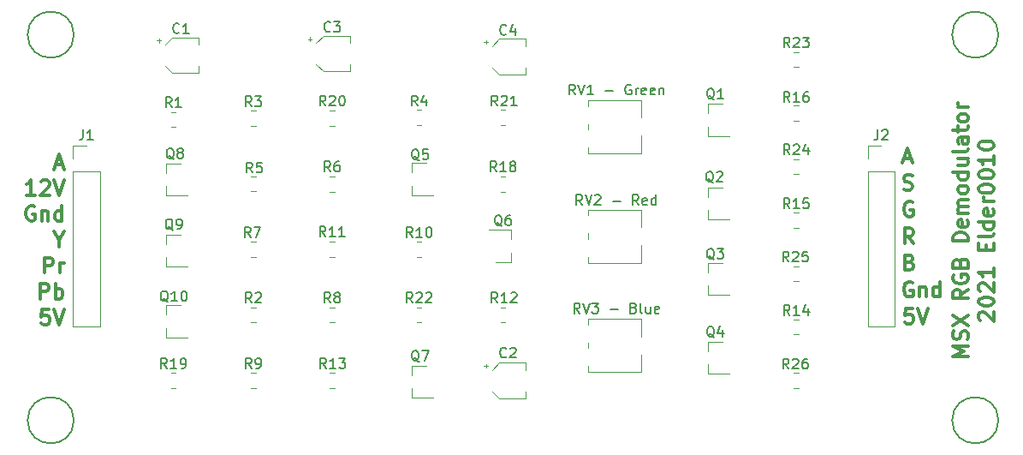
<source format=gbr>
%TF.GenerationSoftware,KiCad,Pcbnew,(5.1.10)-1*%
%TF.CreationDate,2021-10-26T22:21:35+02:00*%
%TF.ProjectId,TMS9929_RGB_Adapter,544d5339-3932-4395-9f52-47425f416461,0*%
%TF.SameCoordinates,Original*%
%TF.FileFunction,Legend,Top*%
%TF.FilePolarity,Positive*%
%FSLAX46Y46*%
G04 Gerber Fmt 4.6, Leading zero omitted, Abs format (unit mm)*
G04 Created by KiCad (PCBNEW (5.1.10)-1) date 2021-10-26 22:21:35*
%MOMM*%
%LPD*%
G01*
G04 APERTURE LIST*
%ADD10C,0.300000*%
%ADD11C,0.120000*%
%ADD12C,0.150000*%
G04 APERTURE END LIST*
D10*
X26514285Y-51278571D02*
X25800000Y-51278571D01*
X25728571Y-51992857D01*
X25800000Y-51921428D01*
X25942857Y-51850000D01*
X26300000Y-51850000D01*
X26442857Y-51921428D01*
X26514285Y-51992857D01*
X26585714Y-52135714D01*
X26585714Y-52492857D01*
X26514285Y-52635714D01*
X26442857Y-52707142D01*
X26300000Y-52778571D01*
X25942857Y-52778571D01*
X25800000Y-52707142D01*
X25728571Y-52635714D01*
X27014285Y-51278571D02*
X27514285Y-52778571D01*
X28014285Y-51278571D01*
X111914285Y-51178571D02*
X111200000Y-51178571D01*
X111128571Y-51892857D01*
X111200000Y-51821428D01*
X111342857Y-51750000D01*
X111700000Y-51750000D01*
X111842857Y-51821428D01*
X111914285Y-51892857D01*
X111985714Y-52035714D01*
X111985714Y-52392857D01*
X111914285Y-52535714D01*
X111842857Y-52607142D01*
X111700000Y-52678571D01*
X111342857Y-52678571D01*
X111200000Y-52607142D01*
X111128571Y-52535714D01*
X112414285Y-51178571D02*
X112914285Y-52678571D01*
X113414285Y-51178571D01*
X111971428Y-44753569D02*
X111471428Y-44039283D01*
X111114285Y-44753569D02*
X111114285Y-43253569D01*
X111685714Y-43253569D01*
X111828571Y-43324998D01*
X111900000Y-43396426D01*
X111971428Y-43539283D01*
X111971428Y-43753569D01*
X111900000Y-43896426D01*
X111828571Y-43967855D01*
X111685714Y-44039283D01*
X111114285Y-44039283D01*
X111042856Y-39398808D02*
X111257142Y-39470237D01*
X111614285Y-39470237D01*
X111757142Y-39398808D01*
X111828570Y-39327380D01*
X111899999Y-39184523D01*
X111899999Y-39041666D01*
X111828570Y-38898808D01*
X111757142Y-38827380D01*
X111614285Y-38755951D01*
X111328570Y-38684523D01*
X111185713Y-38613094D01*
X111114285Y-38541666D01*
X111042856Y-38398808D01*
X111042856Y-38255951D01*
X111114285Y-38113094D01*
X111185713Y-38041666D01*
X111328570Y-37970237D01*
X111685713Y-37970237D01*
X111899999Y-38041666D01*
X111042857Y-36400000D02*
X111757142Y-36400000D01*
X110900000Y-36828571D02*
X111400000Y-35328571D01*
X111900000Y-36828571D01*
X111900000Y-40683332D02*
X111757143Y-40611903D01*
X111542857Y-40611903D01*
X111328571Y-40683332D01*
X111185714Y-40826189D01*
X111114285Y-40969046D01*
X111042857Y-41254760D01*
X111042857Y-41469046D01*
X111114285Y-41754760D01*
X111185714Y-41897617D01*
X111328571Y-42040474D01*
X111542857Y-42111903D01*
X111685714Y-42111903D01*
X111900000Y-42040474D01*
X111971428Y-41969046D01*
X111971428Y-41469046D01*
X111685714Y-41469046D01*
X111900000Y-48608330D02*
X111757143Y-48536901D01*
X111542857Y-48536901D01*
X111328571Y-48608330D01*
X111185714Y-48751187D01*
X111114286Y-48894044D01*
X111042857Y-49179758D01*
X111042857Y-49394044D01*
X111114286Y-49679758D01*
X111185714Y-49822615D01*
X111328571Y-49965472D01*
X111542857Y-50036901D01*
X111685714Y-50036901D01*
X111900000Y-49965472D01*
X111971428Y-49894044D01*
X111971428Y-49394044D01*
X111685714Y-49394044D01*
X112614286Y-49036901D02*
X112614286Y-50036901D01*
X112614286Y-49179758D02*
X112685714Y-49108330D01*
X112828571Y-49036901D01*
X113042857Y-49036901D01*
X113185714Y-49108330D01*
X113257143Y-49251187D01*
X113257143Y-50036901D01*
X114614286Y-50036901D02*
X114614286Y-48536901D01*
X114614286Y-49965472D02*
X114471428Y-50036901D01*
X114185714Y-50036901D01*
X114042857Y-49965472D01*
X113971428Y-49894044D01*
X113900000Y-49751187D01*
X113900000Y-49322615D01*
X113971428Y-49179758D01*
X114042857Y-49108330D01*
X114185714Y-49036901D01*
X114471428Y-49036901D01*
X114614286Y-49108330D01*
X111614285Y-46609521D02*
X111828571Y-46680949D01*
X111900000Y-46752378D01*
X111971428Y-46895235D01*
X111971428Y-47109521D01*
X111900000Y-47252378D01*
X111828571Y-47323806D01*
X111685714Y-47395235D01*
X111114285Y-47395235D01*
X111114285Y-45895235D01*
X111614285Y-45895235D01*
X111757143Y-45966664D01*
X111828571Y-46038092D01*
X111900000Y-46180949D01*
X111900000Y-46323806D01*
X111828571Y-46466664D01*
X111757143Y-46538092D01*
X111614285Y-46609521D01*
X111114285Y-46609521D01*
X26071428Y-47661903D02*
X26071428Y-46161903D01*
X26642856Y-46161903D01*
X26785713Y-46233332D01*
X26857142Y-46304760D01*
X26928571Y-46447617D01*
X26928571Y-46661903D01*
X26857142Y-46804760D01*
X26785713Y-46876189D01*
X26642856Y-46947617D01*
X26071428Y-46947617D01*
X27571428Y-47661903D02*
X27571428Y-46661903D01*
X27571428Y-46947617D02*
X27642856Y-46804760D01*
X27714285Y-46733332D01*
X27857142Y-46661903D01*
X27999999Y-46661903D01*
X25642856Y-50220236D02*
X25642856Y-48720236D01*
X26214285Y-48720236D01*
X26357142Y-48791665D01*
X26428570Y-48863093D01*
X26499999Y-49005950D01*
X26499999Y-49220236D01*
X26428570Y-49363093D01*
X26357142Y-49434522D01*
X26214285Y-49505950D01*
X25642856Y-49505950D01*
X27142856Y-50220236D02*
X27142856Y-48720236D01*
X27142856Y-49291665D02*
X27285713Y-49220236D01*
X27571427Y-49220236D01*
X27714285Y-49291665D01*
X27785713Y-49363093D01*
X27857142Y-49505950D01*
X27857142Y-49934522D01*
X27785713Y-50077379D01*
X27714285Y-50148807D01*
X27571427Y-50220236D01*
X27285713Y-50220236D01*
X27142856Y-50148807D01*
X27500000Y-44389284D02*
X27500000Y-45103570D01*
X27000000Y-43603570D02*
X27500000Y-44389284D01*
X28000000Y-43603570D01*
X25071428Y-41116666D02*
X24928571Y-41045237D01*
X24714285Y-41045237D01*
X24499999Y-41116666D01*
X24357142Y-41259523D01*
X24285714Y-41402380D01*
X24214285Y-41688094D01*
X24214285Y-41902380D01*
X24285714Y-42188094D01*
X24357142Y-42330951D01*
X24499999Y-42473808D01*
X24714285Y-42545237D01*
X24857142Y-42545237D01*
X25071428Y-42473808D01*
X25142856Y-42402380D01*
X25142856Y-41902380D01*
X24857142Y-41902380D01*
X25785714Y-41545237D02*
X25785714Y-42545237D01*
X25785714Y-41688094D02*
X25857142Y-41616666D01*
X25999999Y-41545237D01*
X26214285Y-41545237D01*
X26357142Y-41616666D01*
X26428571Y-41759523D01*
X26428571Y-42545237D01*
X27785714Y-42545237D02*
X27785714Y-41045237D01*
X27785714Y-42473808D02*
X27642856Y-42545237D01*
X27357142Y-42545237D01*
X27214285Y-42473808D01*
X27142856Y-42402380D01*
X27071428Y-42259523D01*
X27071428Y-41830951D01*
X27142856Y-41688094D01*
X27214285Y-41616666D01*
X27357142Y-41545237D01*
X27642856Y-41545237D01*
X27785714Y-41616666D01*
X27142857Y-37000000D02*
X27857142Y-37000000D01*
X27000000Y-37428571D02*
X27500000Y-35928571D01*
X28000000Y-37428571D01*
X25142856Y-39986904D02*
X24285713Y-39986904D01*
X24714285Y-39986904D02*
X24714285Y-38486904D01*
X24571428Y-38701190D01*
X24428570Y-38844047D01*
X24285713Y-38915475D01*
X25714285Y-38629761D02*
X25785713Y-38558333D01*
X25928570Y-38486904D01*
X26285713Y-38486904D01*
X26428570Y-38558333D01*
X26499999Y-38629761D01*
X26571428Y-38772618D01*
X26571428Y-38915475D01*
X26499999Y-39129761D01*
X25642856Y-39986904D01*
X26571428Y-39986904D01*
X26999999Y-38486904D02*
X27499999Y-39986904D01*
X27999999Y-38486904D01*
X117403571Y-55892857D02*
X115903571Y-55892857D01*
X116975000Y-55392857D01*
X115903571Y-54892857D01*
X117403571Y-54892857D01*
X117332142Y-54250000D02*
X117403571Y-54035714D01*
X117403571Y-53678571D01*
X117332142Y-53535714D01*
X117260714Y-53464285D01*
X117117857Y-53392857D01*
X116975000Y-53392857D01*
X116832142Y-53464285D01*
X116760714Y-53535714D01*
X116689285Y-53678571D01*
X116617857Y-53964285D01*
X116546428Y-54107142D01*
X116475000Y-54178571D01*
X116332142Y-54250000D01*
X116189285Y-54250000D01*
X116046428Y-54178571D01*
X115975000Y-54107142D01*
X115903571Y-53964285D01*
X115903571Y-53607142D01*
X115975000Y-53392857D01*
X115903571Y-52892857D02*
X117403571Y-51892857D01*
X115903571Y-51892857D02*
X117403571Y-52892857D01*
X117403571Y-49321428D02*
X116689285Y-49821428D01*
X117403571Y-50178571D02*
X115903571Y-50178571D01*
X115903571Y-49607142D01*
X115975000Y-49464285D01*
X116046428Y-49392857D01*
X116189285Y-49321428D01*
X116403571Y-49321428D01*
X116546428Y-49392857D01*
X116617857Y-49464285D01*
X116689285Y-49607142D01*
X116689285Y-50178571D01*
X115975000Y-47892857D02*
X115903571Y-48035714D01*
X115903571Y-48250000D01*
X115975000Y-48464285D01*
X116117857Y-48607142D01*
X116260714Y-48678571D01*
X116546428Y-48750000D01*
X116760714Y-48750000D01*
X117046428Y-48678571D01*
X117189285Y-48607142D01*
X117332142Y-48464285D01*
X117403571Y-48250000D01*
X117403571Y-48107142D01*
X117332142Y-47892857D01*
X117260714Y-47821428D01*
X116760714Y-47821428D01*
X116760714Y-48107142D01*
X116617857Y-46678571D02*
X116689285Y-46464285D01*
X116760714Y-46392857D01*
X116903571Y-46321428D01*
X117117857Y-46321428D01*
X117260714Y-46392857D01*
X117332142Y-46464285D01*
X117403571Y-46607142D01*
X117403571Y-47178571D01*
X115903571Y-47178571D01*
X115903571Y-46678571D01*
X115975000Y-46535714D01*
X116046428Y-46464285D01*
X116189285Y-46392857D01*
X116332142Y-46392857D01*
X116475000Y-46464285D01*
X116546428Y-46535714D01*
X116617857Y-46678571D01*
X116617857Y-47178571D01*
X117403571Y-44535714D02*
X115903571Y-44535714D01*
X115903571Y-44178571D01*
X115975000Y-43964285D01*
X116117857Y-43821428D01*
X116260714Y-43750000D01*
X116546428Y-43678571D01*
X116760714Y-43678571D01*
X117046428Y-43750000D01*
X117189285Y-43821428D01*
X117332142Y-43964285D01*
X117403571Y-44178571D01*
X117403571Y-44535714D01*
X117332142Y-42464285D02*
X117403571Y-42607142D01*
X117403571Y-42892857D01*
X117332142Y-43035714D01*
X117189285Y-43107142D01*
X116617857Y-43107142D01*
X116475000Y-43035714D01*
X116403571Y-42892857D01*
X116403571Y-42607142D01*
X116475000Y-42464285D01*
X116617857Y-42392857D01*
X116760714Y-42392857D01*
X116903571Y-43107142D01*
X117403571Y-41750000D02*
X116403571Y-41750000D01*
X116546428Y-41750000D02*
X116475000Y-41678571D01*
X116403571Y-41535714D01*
X116403571Y-41321428D01*
X116475000Y-41178571D01*
X116617857Y-41107142D01*
X117403571Y-41107142D01*
X116617857Y-41107142D02*
X116475000Y-41035714D01*
X116403571Y-40892857D01*
X116403571Y-40678571D01*
X116475000Y-40535714D01*
X116617857Y-40464285D01*
X117403571Y-40464285D01*
X117403571Y-39535714D02*
X117332142Y-39678571D01*
X117260714Y-39750000D01*
X117117857Y-39821428D01*
X116689285Y-39821428D01*
X116546428Y-39750000D01*
X116475000Y-39678571D01*
X116403571Y-39535714D01*
X116403571Y-39321428D01*
X116475000Y-39178571D01*
X116546428Y-39107142D01*
X116689285Y-39035714D01*
X117117857Y-39035714D01*
X117260714Y-39107142D01*
X117332142Y-39178571D01*
X117403571Y-39321428D01*
X117403571Y-39535714D01*
X117403571Y-37750000D02*
X115903571Y-37750000D01*
X117332142Y-37750000D02*
X117403571Y-37892857D01*
X117403571Y-38178571D01*
X117332142Y-38321428D01*
X117260714Y-38392857D01*
X117117857Y-38464285D01*
X116689285Y-38464285D01*
X116546428Y-38392857D01*
X116475000Y-38321428D01*
X116403571Y-38178571D01*
X116403571Y-37892857D01*
X116475000Y-37750000D01*
X116403571Y-36392857D02*
X117403571Y-36392857D01*
X116403571Y-37035714D02*
X117189285Y-37035714D01*
X117332142Y-36964285D01*
X117403571Y-36821428D01*
X117403571Y-36607142D01*
X117332142Y-36464285D01*
X117260714Y-36392857D01*
X117403571Y-35464285D02*
X117332142Y-35607142D01*
X117189285Y-35678571D01*
X115903571Y-35678571D01*
X117403571Y-34250000D02*
X116617857Y-34250000D01*
X116475000Y-34321428D01*
X116403571Y-34464285D01*
X116403571Y-34750000D01*
X116475000Y-34892857D01*
X117332142Y-34250000D02*
X117403571Y-34392857D01*
X117403571Y-34750000D01*
X117332142Y-34892857D01*
X117189285Y-34964285D01*
X117046428Y-34964285D01*
X116903571Y-34892857D01*
X116832142Y-34750000D01*
X116832142Y-34392857D01*
X116760714Y-34250000D01*
X116403571Y-33750000D02*
X116403571Y-33178571D01*
X115903571Y-33535714D02*
X117189285Y-33535714D01*
X117332142Y-33464285D01*
X117403571Y-33321428D01*
X117403571Y-33178571D01*
X117403571Y-32464285D02*
X117332142Y-32607142D01*
X117260714Y-32678571D01*
X117117857Y-32750000D01*
X116689285Y-32750000D01*
X116546428Y-32678571D01*
X116475000Y-32607142D01*
X116403571Y-32464285D01*
X116403571Y-32250000D01*
X116475000Y-32107142D01*
X116546428Y-32035714D01*
X116689285Y-31964285D01*
X117117857Y-31964285D01*
X117260714Y-32035714D01*
X117332142Y-32107142D01*
X117403571Y-32250000D01*
X117403571Y-32464285D01*
X117403571Y-31321428D02*
X116403571Y-31321428D01*
X116689285Y-31321428D02*
X116546428Y-31250000D01*
X116475000Y-31178571D01*
X116403571Y-31035714D01*
X116403571Y-30892857D01*
X118596428Y-52357142D02*
X118525000Y-52285714D01*
X118453571Y-52142857D01*
X118453571Y-51785714D01*
X118525000Y-51642857D01*
X118596428Y-51571428D01*
X118739285Y-51500000D01*
X118882142Y-51500000D01*
X119096428Y-51571428D01*
X119953571Y-52428571D01*
X119953571Y-51500000D01*
X118453571Y-50571428D02*
X118453571Y-50428571D01*
X118525000Y-50285714D01*
X118596428Y-50214285D01*
X118739285Y-50142857D01*
X119025000Y-50071428D01*
X119382142Y-50071428D01*
X119667857Y-50142857D01*
X119810714Y-50214285D01*
X119882142Y-50285714D01*
X119953571Y-50428571D01*
X119953571Y-50571428D01*
X119882142Y-50714285D01*
X119810714Y-50785714D01*
X119667857Y-50857142D01*
X119382142Y-50928571D01*
X119025000Y-50928571D01*
X118739285Y-50857142D01*
X118596428Y-50785714D01*
X118525000Y-50714285D01*
X118453571Y-50571428D01*
X118596428Y-49500000D02*
X118525000Y-49428571D01*
X118453571Y-49285714D01*
X118453571Y-48928571D01*
X118525000Y-48785714D01*
X118596428Y-48714285D01*
X118739285Y-48642857D01*
X118882142Y-48642857D01*
X119096428Y-48714285D01*
X119953571Y-49571428D01*
X119953571Y-48642857D01*
X119953571Y-47214285D02*
X119953571Y-48071428D01*
X119953571Y-47642857D02*
X118453571Y-47642857D01*
X118667857Y-47785714D01*
X118810714Y-47928571D01*
X118882142Y-48071428D01*
X119167857Y-45428571D02*
X119167857Y-44928571D01*
X119953571Y-44714285D02*
X119953571Y-45428571D01*
X118453571Y-45428571D01*
X118453571Y-44714285D01*
X119953571Y-43857142D02*
X119882142Y-44000000D01*
X119739285Y-44071428D01*
X118453571Y-44071428D01*
X119953571Y-42642857D02*
X118453571Y-42642857D01*
X119882142Y-42642857D02*
X119953571Y-42785714D01*
X119953571Y-43071428D01*
X119882142Y-43214285D01*
X119810714Y-43285714D01*
X119667857Y-43357142D01*
X119239285Y-43357142D01*
X119096428Y-43285714D01*
X119025000Y-43214285D01*
X118953571Y-43071428D01*
X118953571Y-42785714D01*
X119025000Y-42642857D01*
X119882142Y-41357142D02*
X119953571Y-41500000D01*
X119953571Y-41785714D01*
X119882142Y-41928571D01*
X119739285Y-42000000D01*
X119167857Y-42000000D01*
X119025000Y-41928571D01*
X118953571Y-41785714D01*
X118953571Y-41500000D01*
X119025000Y-41357142D01*
X119167857Y-41285714D01*
X119310714Y-41285714D01*
X119453571Y-42000000D01*
X119953571Y-40642857D02*
X118953571Y-40642857D01*
X119239285Y-40642857D02*
X119096428Y-40571428D01*
X119025000Y-40500000D01*
X118953571Y-40357142D01*
X118953571Y-40214285D01*
X118453571Y-39428571D02*
X118453571Y-39285714D01*
X118525000Y-39142857D01*
X118596428Y-39071428D01*
X118739285Y-39000000D01*
X119025000Y-38928571D01*
X119382142Y-38928571D01*
X119667857Y-39000000D01*
X119810714Y-39071428D01*
X119882142Y-39142857D01*
X119953571Y-39285714D01*
X119953571Y-39428571D01*
X119882142Y-39571428D01*
X119810714Y-39642857D01*
X119667857Y-39714285D01*
X119382142Y-39785714D01*
X119025000Y-39785714D01*
X118739285Y-39714285D01*
X118596428Y-39642857D01*
X118525000Y-39571428D01*
X118453571Y-39428571D01*
X118453571Y-38000000D02*
X118453571Y-37857142D01*
X118525000Y-37714285D01*
X118596428Y-37642857D01*
X118739285Y-37571428D01*
X119025000Y-37500000D01*
X119382142Y-37500000D01*
X119667857Y-37571428D01*
X119810714Y-37642857D01*
X119882142Y-37714285D01*
X119953571Y-37857142D01*
X119953571Y-38000000D01*
X119882142Y-38142857D01*
X119810714Y-38214285D01*
X119667857Y-38285714D01*
X119382142Y-38357142D01*
X119025000Y-38357142D01*
X118739285Y-38285714D01*
X118596428Y-38214285D01*
X118525000Y-38142857D01*
X118453571Y-38000000D01*
X119953571Y-36071428D02*
X119953571Y-36928571D01*
X119953571Y-36500000D02*
X118453571Y-36500000D01*
X118667857Y-36642857D01*
X118810714Y-36785714D01*
X118882142Y-36928571D01*
X118453571Y-35142857D02*
X118453571Y-35000000D01*
X118525000Y-34857142D01*
X118596428Y-34785714D01*
X118739285Y-34714285D01*
X119025000Y-34642857D01*
X119382142Y-34642857D01*
X119667857Y-34714285D01*
X119810714Y-34785714D01*
X119882142Y-34857142D01*
X119953571Y-35000000D01*
X119953571Y-35142857D01*
X119882142Y-35285714D01*
X119810714Y-35357142D01*
X119667857Y-35428571D01*
X119382142Y-35500000D01*
X119025000Y-35500000D01*
X118739285Y-35428571D01*
X118596428Y-35357142D01*
X118525000Y-35285714D01*
X118453571Y-35142857D01*
D11*
%TO.C,R5*%
X46927064Y-39610000D02*
X46472936Y-39610000D01*
X46927064Y-38140000D02*
X46472936Y-38140000D01*
%TO.C,R26*%
X100627064Y-59035000D02*
X100172936Y-59035000D01*
X100627064Y-57565000D02*
X100172936Y-57565000D01*
%TO.C,R25*%
X100627064Y-48468332D02*
X100172936Y-48468332D01*
X100627064Y-46998332D02*
X100172936Y-46998332D01*
%TO.C,R24*%
X100172936Y-36431666D02*
X100627064Y-36431666D01*
X100172936Y-37901666D02*
X100627064Y-37901666D01*
%TO.C,R23*%
X100172936Y-25865000D02*
X100627064Y-25865000D01*
X100172936Y-27335000D02*
X100627064Y-27335000D01*
%TO.C,J2*%
X107470000Y-52970000D02*
X110130000Y-52970000D01*
X107470000Y-37670000D02*
X107470000Y-52970000D01*
X110130000Y-37670000D02*
X110130000Y-52970000D01*
X107470000Y-37670000D02*
X110130000Y-37670000D01*
X107470000Y-36400000D02*
X107470000Y-35070000D01*
X107470000Y-35070000D02*
X108800000Y-35070000D01*
%TO.C,J1*%
X28870000Y-52970000D02*
X31530000Y-52970000D01*
X28870000Y-37670000D02*
X28870000Y-52970000D01*
X31530000Y-37670000D02*
X31530000Y-52970000D01*
X28870000Y-37670000D02*
X31530000Y-37670000D01*
X28870000Y-36400000D02*
X28870000Y-35070000D01*
X28870000Y-35070000D02*
X30200000Y-35070000D01*
%TO.C,C4*%
X73660000Y-28060000D02*
X73660000Y-27360000D01*
X73660000Y-24540000D02*
X73660000Y-25240000D01*
X71029437Y-24540000D02*
X73660000Y-24540000D01*
X71029437Y-28060000D02*
X73660000Y-28060000D01*
X70329437Y-25240000D02*
X71029437Y-24540000D01*
X70329437Y-27360000D02*
X71029437Y-28060000D01*
X69525000Y-24865000D02*
X69900000Y-24865000D01*
X69712500Y-24677500D02*
X69712500Y-25052500D01*
%TO.C,C3*%
X56260000Y-27760000D02*
X56260000Y-27060000D01*
X56260000Y-24240000D02*
X56260000Y-24940000D01*
X53629437Y-24240000D02*
X56260000Y-24240000D01*
X53629437Y-27760000D02*
X56260000Y-27760000D01*
X52929437Y-24940000D02*
X53629437Y-24240000D01*
X52929437Y-27060000D02*
X53629437Y-27760000D01*
X52125000Y-24565000D02*
X52500000Y-24565000D01*
X52312500Y-24377500D02*
X52312500Y-24752500D01*
%TO.C,C2*%
X73660000Y-60060000D02*
X73660000Y-59360000D01*
X73660000Y-56540000D02*
X73660000Y-57240000D01*
X71029437Y-56540000D02*
X73660000Y-56540000D01*
X71029437Y-60060000D02*
X73660000Y-60060000D01*
X70329437Y-57240000D02*
X71029437Y-56540000D01*
X70329437Y-59360000D02*
X71029437Y-60060000D01*
X69525000Y-56865000D02*
X69900000Y-56865000D01*
X69712500Y-56677500D02*
X69712500Y-57052500D01*
%TO.C,C1*%
X41310000Y-27910000D02*
X41310000Y-27210000D01*
X41310000Y-24390000D02*
X41310000Y-25090000D01*
X38679437Y-24390000D02*
X41310000Y-24390000D01*
X38679437Y-27910000D02*
X41310000Y-27910000D01*
X37979437Y-25090000D02*
X38679437Y-24390000D01*
X37979437Y-27210000D02*
X38679437Y-27910000D01*
X37175000Y-24715000D02*
X37550000Y-24715000D01*
X37362500Y-24527500D02*
X37362500Y-24902500D01*
%TO.C,Q2*%
X91640000Y-39220000D02*
X93100000Y-39220000D01*
X91640000Y-42380000D02*
X93800000Y-42380000D01*
X91640000Y-42380000D02*
X91640000Y-41450000D01*
X91640000Y-39220000D02*
X91640000Y-40150000D01*
%TO.C,Q3*%
X91640000Y-46670000D02*
X93100000Y-46670000D01*
X91640000Y-49830000D02*
X93800000Y-49830000D01*
X91640000Y-49830000D02*
X91640000Y-48900000D01*
X91640000Y-46670000D02*
X91640000Y-47600000D01*
%TO.C,Q4*%
X91640000Y-54470000D02*
X93100000Y-54470000D01*
X91640000Y-57630000D02*
X93800000Y-57630000D01*
X91640000Y-57630000D02*
X91640000Y-56700000D01*
X91640000Y-54470000D02*
X91640000Y-55400000D01*
%TO.C,Q1*%
X91640000Y-30970000D02*
X93100000Y-30970000D01*
X91640000Y-34130000D02*
X93800000Y-34130000D01*
X91640000Y-34130000D02*
X91640000Y-33200000D01*
X91640000Y-30970000D02*
X91640000Y-31900000D01*
%TO.C,Q9*%
X38040000Y-43870000D02*
X39500000Y-43870000D01*
X38040000Y-47030000D02*
X40200000Y-47030000D01*
X38040000Y-47030000D02*
X38040000Y-46100000D01*
X38040000Y-43870000D02*
X38040000Y-44800000D01*
%TO.C,R2*%
X46472936Y-52535000D02*
X46927064Y-52535000D01*
X46472936Y-51065000D02*
X46927064Y-51065000D01*
%TO.C,RV1 - Green*%
X85070000Y-35840000D02*
X79830000Y-35840000D01*
X85070000Y-30600000D02*
X79830000Y-30600000D01*
X85070000Y-35840000D02*
X85070000Y-34110000D01*
X85070000Y-32330000D02*
X85070000Y-30600000D01*
X79830000Y-35840000D02*
X79830000Y-35259000D01*
X79830000Y-33480000D02*
X79830000Y-32960000D01*
X79830000Y-31180000D02*
X79830000Y-30600000D01*
%TO.C,R16*%
X100627064Y-32618333D02*
X100172936Y-32618333D01*
X100627064Y-31148333D02*
X100172936Y-31148333D01*
%TO.C,R6*%
X54727064Y-39635000D02*
X54272936Y-39635000D01*
X54727064Y-38165000D02*
X54272936Y-38165000D01*
%TO.C,Q10*%
X38040000Y-50870000D02*
X39500000Y-50870000D01*
X38040000Y-54030000D02*
X40200000Y-54030000D01*
X38040000Y-54030000D02*
X38040000Y-53100000D01*
X38040000Y-50870000D02*
X38040000Y-51800000D01*
%TO.C,Q8*%
X38040000Y-36870000D02*
X39500000Y-36870000D01*
X38040000Y-40030000D02*
X40200000Y-40030000D01*
X38040000Y-40030000D02*
X38040000Y-39100000D01*
X38040000Y-36870000D02*
X38040000Y-37800000D01*
%TO.C,R10*%
X62872936Y-44615000D02*
X63327064Y-44615000D01*
X62872936Y-46085000D02*
X63327064Y-46085000D01*
%TO.C,R4*%
X63327064Y-33035000D02*
X62872936Y-33035000D01*
X63327064Y-31565000D02*
X62872936Y-31565000D01*
%TO.C,Q7*%
X62340000Y-56820000D02*
X63800000Y-56820000D01*
X62340000Y-59980000D02*
X64500000Y-59980000D01*
X62340000Y-59980000D02*
X62340000Y-59050000D01*
X62340000Y-56820000D02*
X62340000Y-57750000D01*
%TO.C,R1*%
X38572936Y-33235000D02*
X39027064Y-33235000D01*
X38572936Y-31765000D02*
X39027064Y-31765000D01*
%TO.C,R20*%
X54727064Y-33135000D02*
X54272936Y-33135000D01*
X54727064Y-31665000D02*
X54272936Y-31665000D01*
%TO.C,Q6*%
X72160000Y-46580000D02*
X70700000Y-46580000D01*
X72160000Y-43420000D02*
X70000000Y-43420000D01*
X72160000Y-43420000D02*
X72160000Y-44350000D01*
X72160000Y-46580000D02*
X72160000Y-45650000D01*
%TO.C,Q5*%
X62340000Y-36820000D02*
X63800000Y-36820000D01*
X62340000Y-39980000D02*
X64500000Y-39980000D01*
X62340000Y-39980000D02*
X62340000Y-39050000D01*
X62340000Y-36820000D02*
X62340000Y-37750000D01*
%TO.C,R3*%
X46927064Y-33135000D02*
X46472936Y-33135000D01*
X46927064Y-31665000D02*
X46472936Y-31665000D01*
%TO.C,R7*%
X46927064Y-46085000D02*
X46472936Y-46085000D01*
X46927064Y-44615000D02*
X46472936Y-44615000D01*
%TO.C,R22*%
X62872936Y-51065000D02*
X63327064Y-51065000D01*
X62872936Y-52535000D02*
X63327064Y-52535000D01*
%TO.C,R13*%
X54727064Y-59035000D02*
X54272936Y-59035000D01*
X54727064Y-57565000D02*
X54272936Y-57565000D01*
%TO.C,R11*%
X54727064Y-46085000D02*
X54272936Y-46085000D01*
X54727064Y-44615000D02*
X54272936Y-44615000D01*
%TO.C,R18*%
X71172936Y-38165000D02*
X71627064Y-38165000D01*
X71172936Y-39635000D02*
X71627064Y-39635000D01*
%TO.C,R8*%
X54727064Y-52535000D02*
X54272936Y-52535000D01*
X54727064Y-51065000D02*
X54272936Y-51065000D01*
%TO.C,R19*%
X38572936Y-57565000D02*
X39027064Y-57565000D01*
X38572936Y-59035000D02*
X39027064Y-59035000D01*
%TO.C,R9*%
X46927064Y-59035000D02*
X46472936Y-59035000D01*
X46927064Y-57565000D02*
X46472936Y-57565000D01*
%TO.C,R14*%
X100627064Y-53751665D02*
X100172936Y-53751665D01*
X100627064Y-52281665D02*
X100172936Y-52281665D01*
%TO.C,R15*%
X100627064Y-43184999D02*
X100172936Y-43184999D01*
X100627064Y-41714999D02*
X100172936Y-41714999D01*
%TO.C,R12*%
X71627064Y-52535000D02*
X71172936Y-52535000D01*
X71627064Y-51065000D02*
X71172936Y-51065000D01*
%TO.C,R21*%
X71627064Y-33035000D02*
X71172936Y-33035000D01*
X71627064Y-31565000D02*
X71172936Y-31565000D01*
%TO.C,RV3 - Blue*%
X85070000Y-57470000D02*
X79830000Y-57470000D01*
X85070000Y-52230000D02*
X79830000Y-52230000D01*
X85070000Y-57470000D02*
X85070000Y-55740000D01*
X85070000Y-53960000D02*
X85070000Y-52230000D01*
X79830000Y-57470000D02*
X79830000Y-56889000D01*
X79830000Y-55110000D02*
X79830000Y-54590000D01*
X79830000Y-52810000D02*
X79830000Y-52230000D01*
%TO.C,RV2 - Red*%
X85070000Y-46655000D02*
X79830000Y-46655000D01*
X85070000Y-41415000D02*
X79830000Y-41415000D01*
X85070000Y-46655000D02*
X85070000Y-44925000D01*
X85070000Y-43145000D02*
X85070000Y-41415000D01*
X79830000Y-46655000D02*
X79830000Y-46074000D01*
X79830000Y-44295000D02*
X79830000Y-43775000D01*
X79830000Y-41995000D02*
X79830000Y-41415000D01*
D12*
%TO.C,P6*%
X28956000Y-24130000D02*
G75*
G03*
X28956000Y-24130000I-2286000J0D01*
G01*
%TO.C,P8*%
X120396000Y-24130000D02*
G75*
G03*
X120396000Y-24130000I-2286000J0D01*
G01*
%TO.C,P9*%
X120396000Y-62230000D02*
G75*
G03*
X120396000Y-62230000I-2286000J0D01*
G01*
%TO.C,P7*%
X28956000Y-62230000D02*
G75*
G03*
X28956000Y-62230000I-2286000J0D01*
G01*
%TO.C,R5*%
X46633333Y-37752380D02*
X46300000Y-37276190D01*
X46061904Y-37752380D02*
X46061904Y-36752380D01*
X46442857Y-36752380D01*
X46538095Y-36800000D01*
X46585714Y-36847619D01*
X46633333Y-36942857D01*
X46633333Y-37085714D01*
X46585714Y-37180952D01*
X46538095Y-37228571D01*
X46442857Y-37276190D01*
X46061904Y-37276190D01*
X47538095Y-36752380D02*
X47061904Y-36752380D01*
X47014285Y-37228571D01*
X47061904Y-37180952D01*
X47157142Y-37133333D01*
X47395238Y-37133333D01*
X47490476Y-37180952D01*
X47538095Y-37228571D01*
X47585714Y-37323809D01*
X47585714Y-37561904D01*
X47538095Y-37657142D01*
X47490476Y-37704761D01*
X47395238Y-37752380D01*
X47157142Y-37752380D01*
X47061904Y-37704761D01*
X47014285Y-37657142D01*
%TO.C,R26*%
X99657142Y-57152380D02*
X99323809Y-56676190D01*
X99085714Y-57152380D02*
X99085714Y-56152380D01*
X99466666Y-56152380D01*
X99561904Y-56200000D01*
X99609523Y-56247619D01*
X99657142Y-56342857D01*
X99657142Y-56485714D01*
X99609523Y-56580952D01*
X99561904Y-56628571D01*
X99466666Y-56676190D01*
X99085714Y-56676190D01*
X100038095Y-56247619D02*
X100085714Y-56200000D01*
X100180952Y-56152380D01*
X100419047Y-56152380D01*
X100514285Y-56200000D01*
X100561904Y-56247619D01*
X100609523Y-56342857D01*
X100609523Y-56438095D01*
X100561904Y-56580952D01*
X99990476Y-57152380D01*
X100609523Y-57152380D01*
X101466666Y-56152380D02*
X101276190Y-56152380D01*
X101180952Y-56200000D01*
X101133333Y-56247619D01*
X101038095Y-56390476D01*
X100990476Y-56580952D01*
X100990476Y-56961904D01*
X101038095Y-57057142D01*
X101085714Y-57104761D01*
X101180952Y-57152380D01*
X101371428Y-57152380D01*
X101466666Y-57104761D01*
X101514285Y-57057142D01*
X101561904Y-56961904D01*
X101561904Y-56723809D01*
X101514285Y-56628571D01*
X101466666Y-56580952D01*
X101371428Y-56533333D01*
X101180952Y-56533333D01*
X101085714Y-56580952D01*
X101038095Y-56628571D01*
X100990476Y-56723809D01*
%TO.C,R25*%
X99657142Y-46560712D02*
X99323809Y-46084522D01*
X99085714Y-46560712D02*
X99085714Y-45560712D01*
X99466666Y-45560712D01*
X99561904Y-45608332D01*
X99609523Y-45655951D01*
X99657142Y-45751189D01*
X99657142Y-45894046D01*
X99609523Y-45989284D01*
X99561904Y-46036903D01*
X99466666Y-46084522D01*
X99085714Y-46084522D01*
X100038095Y-45655951D02*
X100085714Y-45608332D01*
X100180952Y-45560712D01*
X100419047Y-45560712D01*
X100514285Y-45608332D01*
X100561904Y-45655951D01*
X100609523Y-45751189D01*
X100609523Y-45846427D01*
X100561904Y-45989284D01*
X99990476Y-46560712D01*
X100609523Y-46560712D01*
X101514285Y-45560712D02*
X101038095Y-45560712D01*
X100990476Y-46036903D01*
X101038095Y-45989284D01*
X101133333Y-45941665D01*
X101371428Y-45941665D01*
X101466666Y-45989284D01*
X101514285Y-46036903D01*
X101561904Y-46132141D01*
X101561904Y-46370236D01*
X101514285Y-46465474D01*
X101466666Y-46513093D01*
X101371428Y-46560712D01*
X101133333Y-46560712D01*
X101038095Y-46513093D01*
X100990476Y-46465474D01*
%TO.C,R24*%
X99757142Y-35969046D02*
X99423809Y-35492856D01*
X99185714Y-35969046D02*
X99185714Y-34969046D01*
X99566666Y-34969046D01*
X99661904Y-35016666D01*
X99709523Y-35064285D01*
X99757142Y-35159523D01*
X99757142Y-35302380D01*
X99709523Y-35397618D01*
X99661904Y-35445237D01*
X99566666Y-35492856D01*
X99185714Y-35492856D01*
X100138095Y-35064285D02*
X100185714Y-35016666D01*
X100280952Y-34969046D01*
X100519047Y-34969046D01*
X100614285Y-35016666D01*
X100661904Y-35064285D01*
X100709523Y-35159523D01*
X100709523Y-35254761D01*
X100661904Y-35397618D01*
X100090476Y-35969046D01*
X100709523Y-35969046D01*
X101566666Y-35302380D02*
X101566666Y-35969046D01*
X101328571Y-34921427D02*
X101090476Y-35635713D01*
X101709523Y-35635713D01*
%TO.C,R23*%
X99757142Y-25402380D02*
X99423809Y-24926190D01*
X99185714Y-25402380D02*
X99185714Y-24402380D01*
X99566666Y-24402380D01*
X99661904Y-24450000D01*
X99709523Y-24497619D01*
X99757142Y-24592857D01*
X99757142Y-24735714D01*
X99709523Y-24830952D01*
X99661904Y-24878571D01*
X99566666Y-24926190D01*
X99185714Y-24926190D01*
X100138095Y-24497619D02*
X100185714Y-24450000D01*
X100280952Y-24402380D01*
X100519047Y-24402380D01*
X100614285Y-24450000D01*
X100661904Y-24497619D01*
X100709523Y-24592857D01*
X100709523Y-24688095D01*
X100661904Y-24830952D01*
X100090476Y-25402380D01*
X100709523Y-25402380D01*
X101042857Y-24402380D02*
X101661904Y-24402380D01*
X101328571Y-24783333D01*
X101471428Y-24783333D01*
X101566666Y-24830952D01*
X101614285Y-24878571D01*
X101661904Y-24973809D01*
X101661904Y-25211904D01*
X101614285Y-25307142D01*
X101566666Y-25354761D01*
X101471428Y-25402380D01*
X101185714Y-25402380D01*
X101090476Y-25354761D01*
X101042857Y-25307142D01*
%TO.C,J2*%
X108466666Y-33522380D02*
X108466666Y-34236666D01*
X108419047Y-34379523D01*
X108323809Y-34474761D01*
X108180952Y-34522380D01*
X108085714Y-34522380D01*
X108895238Y-33617619D02*
X108942857Y-33570000D01*
X109038095Y-33522380D01*
X109276190Y-33522380D01*
X109371428Y-33570000D01*
X109419047Y-33617619D01*
X109466666Y-33712857D01*
X109466666Y-33808095D01*
X109419047Y-33950952D01*
X108847619Y-34522380D01*
X109466666Y-34522380D01*
%TO.C,J1*%
X29866666Y-33522380D02*
X29866666Y-34236666D01*
X29819047Y-34379523D01*
X29723809Y-34474761D01*
X29580952Y-34522380D01*
X29485714Y-34522380D01*
X30866666Y-34522380D02*
X30295238Y-34522380D01*
X30580952Y-34522380D02*
X30580952Y-33522380D01*
X30485714Y-33665238D01*
X30390476Y-33760476D01*
X30295238Y-33808095D01*
%TO.C,C4*%
X71733333Y-24057142D02*
X71685714Y-24104761D01*
X71542857Y-24152380D01*
X71447619Y-24152380D01*
X71304761Y-24104761D01*
X71209523Y-24009523D01*
X71161904Y-23914285D01*
X71114285Y-23723809D01*
X71114285Y-23580952D01*
X71161904Y-23390476D01*
X71209523Y-23295238D01*
X71304761Y-23200000D01*
X71447619Y-23152380D01*
X71542857Y-23152380D01*
X71685714Y-23200000D01*
X71733333Y-23247619D01*
X72590476Y-23485714D02*
X72590476Y-24152380D01*
X72352380Y-23104761D02*
X72114285Y-23819047D01*
X72733333Y-23819047D01*
%TO.C,C3*%
X54333333Y-23757142D02*
X54285714Y-23804761D01*
X54142857Y-23852380D01*
X54047619Y-23852380D01*
X53904761Y-23804761D01*
X53809523Y-23709523D01*
X53761904Y-23614285D01*
X53714285Y-23423809D01*
X53714285Y-23280952D01*
X53761904Y-23090476D01*
X53809523Y-22995238D01*
X53904761Y-22900000D01*
X54047619Y-22852380D01*
X54142857Y-22852380D01*
X54285714Y-22900000D01*
X54333333Y-22947619D01*
X54666666Y-22852380D02*
X55285714Y-22852380D01*
X54952380Y-23233333D01*
X55095238Y-23233333D01*
X55190476Y-23280952D01*
X55238095Y-23328571D01*
X55285714Y-23423809D01*
X55285714Y-23661904D01*
X55238095Y-23757142D01*
X55190476Y-23804761D01*
X55095238Y-23852380D01*
X54809523Y-23852380D01*
X54714285Y-23804761D01*
X54666666Y-23757142D01*
%TO.C,C2*%
X71733333Y-55957142D02*
X71685714Y-56004761D01*
X71542857Y-56052380D01*
X71447619Y-56052380D01*
X71304761Y-56004761D01*
X71209523Y-55909523D01*
X71161904Y-55814285D01*
X71114285Y-55623809D01*
X71114285Y-55480952D01*
X71161904Y-55290476D01*
X71209523Y-55195238D01*
X71304761Y-55100000D01*
X71447619Y-55052380D01*
X71542857Y-55052380D01*
X71685714Y-55100000D01*
X71733333Y-55147619D01*
X72114285Y-55147619D02*
X72161904Y-55100000D01*
X72257142Y-55052380D01*
X72495238Y-55052380D01*
X72590476Y-55100000D01*
X72638095Y-55147619D01*
X72685714Y-55242857D01*
X72685714Y-55338095D01*
X72638095Y-55480952D01*
X72066666Y-56052380D01*
X72685714Y-56052380D01*
%TO.C,C1*%
X39383333Y-23907142D02*
X39335714Y-23954761D01*
X39192857Y-24002380D01*
X39097619Y-24002380D01*
X38954761Y-23954761D01*
X38859523Y-23859523D01*
X38811904Y-23764285D01*
X38764285Y-23573809D01*
X38764285Y-23430952D01*
X38811904Y-23240476D01*
X38859523Y-23145238D01*
X38954761Y-23050000D01*
X39097619Y-23002380D01*
X39192857Y-23002380D01*
X39335714Y-23050000D01*
X39383333Y-23097619D01*
X40335714Y-24002380D02*
X39764285Y-24002380D01*
X40050000Y-24002380D02*
X40050000Y-23002380D01*
X39954761Y-23145238D01*
X39859523Y-23240476D01*
X39764285Y-23288095D01*
%TO.C,Q2*%
X92204761Y-38747619D02*
X92109523Y-38700000D01*
X92014285Y-38604761D01*
X91871428Y-38461904D01*
X91776190Y-38414285D01*
X91680952Y-38414285D01*
X91728571Y-38652380D02*
X91633333Y-38604761D01*
X91538095Y-38509523D01*
X91490476Y-38319047D01*
X91490476Y-37985714D01*
X91538095Y-37795238D01*
X91633333Y-37700000D01*
X91728571Y-37652380D01*
X91919047Y-37652380D01*
X92014285Y-37700000D01*
X92109523Y-37795238D01*
X92157142Y-37985714D01*
X92157142Y-38319047D01*
X92109523Y-38509523D01*
X92014285Y-38604761D01*
X91919047Y-38652380D01*
X91728571Y-38652380D01*
X92538095Y-37747619D02*
X92585714Y-37700000D01*
X92680952Y-37652380D01*
X92919047Y-37652380D01*
X93014285Y-37700000D01*
X93061904Y-37747619D01*
X93109523Y-37842857D01*
X93109523Y-37938095D01*
X93061904Y-38080952D01*
X92490476Y-38652380D01*
X93109523Y-38652380D01*
%TO.C,Q3*%
X92291426Y-46347619D02*
X92196188Y-46300000D01*
X92100950Y-46204761D01*
X91958093Y-46061904D01*
X91862855Y-46014285D01*
X91767617Y-46014285D01*
X91815236Y-46252380D02*
X91719998Y-46204761D01*
X91624760Y-46109523D01*
X91577141Y-45919047D01*
X91577141Y-45585714D01*
X91624760Y-45395238D01*
X91719998Y-45300000D01*
X91815236Y-45252380D01*
X92005712Y-45252380D01*
X92100950Y-45300000D01*
X92196188Y-45395238D01*
X92243807Y-45585714D01*
X92243807Y-45919047D01*
X92196188Y-46109523D01*
X92100950Y-46204761D01*
X92005712Y-46252380D01*
X91815236Y-46252380D01*
X92577141Y-45252380D02*
X93196188Y-45252380D01*
X92862855Y-45633333D01*
X93005712Y-45633333D01*
X93100950Y-45680952D01*
X93148569Y-45728571D01*
X93196188Y-45823809D01*
X93196188Y-46061904D01*
X93148569Y-46157142D01*
X93100950Y-46204761D01*
X93005712Y-46252380D01*
X92719998Y-46252380D01*
X92624760Y-46204761D01*
X92577141Y-46157142D01*
%TO.C,Q4*%
X92304761Y-54047619D02*
X92209523Y-54000000D01*
X92114285Y-53904761D01*
X91971428Y-53761904D01*
X91876190Y-53714285D01*
X91780952Y-53714285D01*
X91828571Y-53952380D02*
X91733333Y-53904761D01*
X91638095Y-53809523D01*
X91590476Y-53619047D01*
X91590476Y-53285714D01*
X91638095Y-53095238D01*
X91733333Y-53000000D01*
X91828571Y-52952380D01*
X92019047Y-52952380D01*
X92114285Y-53000000D01*
X92209523Y-53095238D01*
X92257142Y-53285714D01*
X92257142Y-53619047D01*
X92209523Y-53809523D01*
X92114285Y-53904761D01*
X92019047Y-53952380D01*
X91828571Y-53952380D01*
X93114285Y-53285714D02*
X93114285Y-53952380D01*
X92876190Y-52904761D02*
X92638095Y-53619047D01*
X93257142Y-53619047D01*
%TO.C,Q1*%
X92304761Y-30547619D02*
X92209523Y-30500000D01*
X92114285Y-30404761D01*
X91971428Y-30261904D01*
X91876190Y-30214285D01*
X91780952Y-30214285D01*
X91828571Y-30452380D02*
X91733333Y-30404761D01*
X91638095Y-30309523D01*
X91590476Y-30119047D01*
X91590476Y-29785714D01*
X91638095Y-29595238D01*
X91733333Y-29500000D01*
X91828571Y-29452380D01*
X92019047Y-29452380D01*
X92114285Y-29500000D01*
X92209523Y-29595238D01*
X92257142Y-29785714D01*
X92257142Y-30119047D01*
X92209523Y-30309523D01*
X92114285Y-30404761D01*
X92019047Y-30452380D01*
X91828571Y-30452380D01*
X93209523Y-30452380D02*
X92638095Y-30452380D01*
X92923809Y-30452380D02*
X92923809Y-29452380D01*
X92828571Y-29595238D01*
X92733333Y-29690476D01*
X92638095Y-29738095D01*
%TO.C,Q9*%
X38754761Y-43447619D02*
X38659523Y-43400000D01*
X38564285Y-43304761D01*
X38421428Y-43161904D01*
X38326190Y-43114285D01*
X38230952Y-43114285D01*
X38278571Y-43352380D02*
X38183333Y-43304761D01*
X38088095Y-43209523D01*
X38040476Y-43019047D01*
X38040476Y-42685714D01*
X38088095Y-42495238D01*
X38183333Y-42400000D01*
X38278571Y-42352380D01*
X38469047Y-42352380D01*
X38564285Y-42400000D01*
X38659523Y-42495238D01*
X38707142Y-42685714D01*
X38707142Y-43019047D01*
X38659523Y-43209523D01*
X38564285Y-43304761D01*
X38469047Y-43352380D01*
X38278571Y-43352380D01*
X39183333Y-43352380D02*
X39373809Y-43352380D01*
X39469047Y-43304761D01*
X39516666Y-43257142D01*
X39611904Y-43114285D01*
X39659523Y-42923809D01*
X39659523Y-42542857D01*
X39611904Y-42447619D01*
X39564285Y-42400000D01*
X39469047Y-42352380D01*
X39278571Y-42352380D01*
X39183333Y-42400000D01*
X39135714Y-42447619D01*
X39088095Y-42542857D01*
X39088095Y-42780952D01*
X39135714Y-42876190D01*
X39183333Y-42923809D01*
X39278571Y-42971428D01*
X39469047Y-42971428D01*
X39564285Y-42923809D01*
X39611904Y-42876190D01*
X39659523Y-42780952D01*
%TO.C,R2*%
X46533333Y-50602380D02*
X46200000Y-50126190D01*
X45961904Y-50602380D02*
X45961904Y-49602380D01*
X46342857Y-49602380D01*
X46438095Y-49650000D01*
X46485714Y-49697619D01*
X46533333Y-49792857D01*
X46533333Y-49935714D01*
X46485714Y-50030952D01*
X46438095Y-50078571D01*
X46342857Y-50126190D01*
X45961904Y-50126190D01*
X46914285Y-49697619D02*
X46961904Y-49650000D01*
X47057142Y-49602380D01*
X47295238Y-49602380D01*
X47390476Y-49650000D01*
X47438095Y-49697619D01*
X47485714Y-49792857D01*
X47485714Y-49888095D01*
X47438095Y-50030952D01*
X46866666Y-50602380D01*
X47485714Y-50602380D01*
%TO.C,RV1 - Green*%
X78529761Y-30052380D02*
X78196428Y-29576190D01*
X77958333Y-30052380D02*
X77958333Y-29052380D01*
X78339285Y-29052380D01*
X78434523Y-29100000D01*
X78482142Y-29147619D01*
X78529761Y-29242857D01*
X78529761Y-29385714D01*
X78482142Y-29480952D01*
X78434523Y-29528571D01*
X78339285Y-29576190D01*
X77958333Y-29576190D01*
X78815476Y-29052380D02*
X79148809Y-30052380D01*
X79482142Y-29052380D01*
X80339285Y-30052380D02*
X79767857Y-30052380D01*
X80053571Y-30052380D02*
X80053571Y-29052380D01*
X79958333Y-29195238D01*
X79863095Y-29290476D01*
X79767857Y-29338095D01*
X81529761Y-29671428D02*
X82291666Y-29671428D01*
X84053571Y-29100000D02*
X83958333Y-29052380D01*
X83815476Y-29052380D01*
X83672619Y-29100000D01*
X83577380Y-29195238D01*
X83529761Y-29290476D01*
X83482142Y-29480952D01*
X83482142Y-29623809D01*
X83529761Y-29814285D01*
X83577380Y-29909523D01*
X83672619Y-30004761D01*
X83815476Y-30052380D01*
X83910714Y-30052380D01*
X84053571Y-30004761D01*
X84101190Y-29957142D01*
X84101190Y-29623809D01*
X83910714Y-29623809D01*
X84529761Y-30052380D02*
X84529761Y-29385714D01*
X84529761Y-29576190D02*
X84577380Y-29480952D01*
X84625000Y-29433333D01*
X84720238Y-29385714D01*
X84815476Y-29385714D01*
X85529761Y-30004761D02*
X85434523Y-30052380D01*
X85244047Y-30052380D01*
X85148809Y-30004761D01*
X85101190Y-29909523D01*
X85101190Y-29528571D01*
X85148809Y-29433333D01*
X85244047Y-29385714D01*
X85434523Y-29385714D01*
X85529761Y-29433333D01*
X85577380Y-29528571D01*
X85577380Y-29623809D01*
X85101190Y-29719047D01*
X86386904Y-30004761D02*
X86291666Y-30052380D01*
X86101190Y-30052380D01*
X86005952Y-30004761D01*
X85958333Y-29909523D01*
X85958333Y-29528571D01*
X86005952Y-29433333D01*
X86101190Y-29385714D01*
X86291666Y-29385714D01*
X86386904Y-29433333D01*
X86434523Y-29528571D01*
X86434523Y-29623809D01*
X85958333Y-29719047D01*
X86863095Y-29385714D02*
X86863095Y-30052380D01*
X86863095Y-29480952D02*
X86910714Y-29433333D01*
X87005952Y-29385714D01*
X87148809Y-29385714D01*
X87244047Y-29433333D01*
X87291666Y-29528571D01*
X87291666Y-30052380D01*
%TO.C,R16*%
X99757142Y-30769047D02*
X99423809Y-30292857D01*
X99185714Y-30769047D02*
X99185714Y-29769047D01*
X99566666Y-29769047D01*
X99661904Y-29816667D01*
X99709523Y-29864286D01*
X99757142Y-29959524D01*
X99757142Y-30102381D01*
X99709523Y-30197619D01*
X99661904Y-30245238D01*
X99566666Y-30292857D01*
X99185714Y-30292857D01*
X100709523Y-30769047D02*
X100138095Y-30769047D01*
X100423809Y-30769047D02*
X100423809Y-29769047D01*
X100328571Y-29911905D01*
X100233333Y-30007143D01*
X100138095Y-30054762D01*
X101566666Y-29769047D02*
X101376190Y-29769047D01*
X101280952Y-29816667D01*
X101233333Y-29864286D01*
X101138095Y-30007143D01*
X101090476Y-30197619D01*
X101090476Y-30578571D01*
X101138095Y-30673809D01*
X101185714Y-30721428D01*
X101280952Y-30769047D01*
X101471428Y-30769047D01*
X101566666Y-30721428D01*
X101614285Y-30673809D01*
X101661904Y-30578571D01*
X101661904Y-30340476D01*
X101614285Y-30245238D01*
X101566666Y-30197619D01*
X101471428Y-30150000D01*
X101280952Y-30150000D01*
X101185714Y-30197619D01*
X101138095Y-30245238D01*
X101090476Y-30340476D01*
%TO.C,R6*%
X54333333Y-37652380D02*
X54000000Y-37176190D01*
X53761904Y-37652380D02*
X53761904Y-36652380D01*
X54142857Y-36652380D01*
X54238095Y-36700000D01*
X54285714Y-36747619D01*
X54333333Y-36842857D01*
X54333333Y-36985714D01*
X54285714Y-37080952D01*
X54238095Y-37128571D01*
X54142857Y-37176190D01*
X53761904Y-37176190D01*
X55190476Y-36652380D02*
X55000000Y-36652380D01*
X54904761Y-36700000D01*
X54857142Y-36747619D01*
X54761904Y-36890476D01*
X54714285Y-37080952D01*
X54714285Y-37461904D01*
X54761904Y-37557142D01*
X54809523Y-37604761D01*
X54904761Y-37652380D01*
X55095238Y-37652380D01*
X55190476Y-37604761D01*
X55238095Y-37557142D01*
X55285714Y-37461904D01*
X55285714Y-37223809D01*
X55238095Y-37128571D01*
X55190476Y-37080952D01*
X55095238Y-37033333D01*
X54904761Y-37033333D01*
X54809523Y-37080952D01*
X54761904Y-37128571D01*
X54714285Y-37223809D01*
%TO.C,Q10*%
X38278571Y-50547619D02*
X38183333Y-50500000D01*
X38088095Y-50404761D01*
X37945238Y-50261904D01*
X37850000Y-50214285D01*
X37754761Y-50214285D01*
X37802380Y-50452380D02*
X37707142Y-50404761D01*
X37611904Y-50309523D01*
X37564285Y-50119047D01*
X37564285Y-49785714D01*
X37611904Y-49595238D01*
X37707142Y-49500000D01*
X37802380Y-49452380D01*
X37992857Y-49452380D01*
X38088095Y-49500000D01*
X38183333Y-49595238D01*
X38230952Y-49785714D01*
X38230952Y-50119047D01*
X38183333Y-50309523D01*
X38088095Y-50404761D01*
X37992857Y-50452380D01*
X37802380Y-50452380D01*
X39183333Y-50452380D02*
X38611904Y-50452380D01*
X38897619Y-50452380D02*
X38897619Y-49452380D01*
X38802380Y-49595238D01*
X38707142Y-49690476D01*
X38611904Y-49738095D01*
X39802380Y-49452380D02*
X39897619Y-49452380D01*
X39992857Y-49500000D01*
X40040476Y-49547619D01*
X40088095Y-49642857D01*
X40135714Y-49833333D01*
X40135714Y-50071428D01*
X40088095Y-50261904D01*
X40040476Y-50357142D01*
X39992857Y-50404761D01*
X39897619Y-50452380D01*
X39802380Y-50452380D01*
X39707142Y-50404761D01*
X39659523Y-50357142D01*
X39611904Y-50261904D01*
X39564285Y-50071428D01*
X39564285Y-49833333D01*
X39611904Y-49642857D01*
X39659523Y-49547619D01*
X39707142Y-49500000D01*
X39802380Y-49452380D01*
%TO.C,Q8*%
X38854761Y-36447619D02*
X38759523Y-36400000D01*
X38664285Y-36304761D01*
X38521428Y-36161904D01*
X38426190Y-36114285D01*
X38330952Y-36114285D01*
X38378571Y-36352380D02*
X38283333Y-36304761D01*
X38188095Y-36209523D01*
X38140476Y-36019047D01*
X38140476Y-35685714D01*
X38188095Y-35495238D01*
X38283333Y-35400000D01*
X38378571Y-35352380D01*
X38569047Y-35352380D01*
X38664285Y-35400000D01*
X38759523Y-35495238D01*
X38807142Y-35685714D01*
X38807142Y-36019047D01*
X38759523Y-36209523D01*
X38664285Y-36304761D01*
X38569047Y-36352380D01*
X38378571Y-36352380D01*
X39378571Y-35780952D02*
X39283333Y-35733333D01*
X39235714Y-35685714D01*
X39188095Y-35590476D01*
X39188095Y-35542857D01*
X39235714Y-35447619D01*
X39283333Y-35400000D01*
X39378571Y-35352380D01*
X39569047Y-35352380D01*
X39664285Y-35400000D01*
X39711904Y-35447619D01*
X39759523Y-35542857D01*
X39759523Y-35590476D01*
X39711904Y-35685714D01*
X39664285Y-35733333D01*
X39569047Y-35780952D01*
X39378571Y-35780952D01*
X39283333Y-35828571D01*
X39235714Y-35876190D01*
X39188095Y-35971428D01*
X39188095Y-36161904D01*
X39235714Y-36257142D01*
X39283333Y-36304761D01*
X39378571Y-36352380D01*
X39569047Y-36352380D01*
X39664285Y-36304761D01*
X39711904Y-36257142D01*
X39759523Y-36161904D01*
X39759523Y-35971428D01*
X39711904Y-35876190D01*
X39664285Y-35828571D01*
X39569047Y-35780952D01*
%TO.C,R10*%
X62457142Y-44152380D02*
X62123809Y-43676190D01*
X61885714Y-44152380D02*
X61885714Y-43152380D01*
X62266666Y-43152380D01*
X62361904Y-43200000D01*
X62409523Y-43247619D01*
X62457142Y-43342857D01*
X62457142Y-43485714D01*
X62409523Y-43580952D01*
X62361904Y-43628571D01*
X62266666Y-43676190D01*
X61885714Y-43676190D01*
X63409523Y-44152380D02*
X62838095Y-44152380D01*
X63123809Y-44152380D02*
X63123809Y-43152380D01*
X63028571Y-43295238D01*
X62933333Y-43390476D01*
X62838095Y-43438095D01*
X64028571Y-43152380D02*
X64123809Y-43152380D01*
X64219047Y-43200000D01*
X64266666Y-43247619D01*
X64314285Y-43342857D01*
X64361904Y-43533333D01*
X64361904Y-43771428D01*
X64314285Y-43961904D01*
X64266666Y-44057142D01*
X64219047Y-44104761D01*
X64123809Y-44152380D01*
X64028571Y-44152380D01*
X63933333Y-44104761D01*
X63885714Y-44057142D01*
X63838095Y-43961904D01*
X63790476Y-43771428D01*
X63790476Y-43533333D01*
X63838095Y-43342857D01*
X63885714Y-43247619D01*
X63933333Y-43200000D01*
X64028571Y-43152380D01*
%TO.C,R4*%
X62933333Y-31152380D02*
X62600000Y-30676190D01*
X62361904Y-31152380D02*
X62361904Y-30152380D01*
X62742857Y-30152380D01*
X62838095Y-30200000D01*
X62885714Y-30247619D01*
X62933333Y-30342857D01*
X62933333Y-30485714D01*
X62885714Y-30580952D01*
X62838095Y-30628571D01*
X62742857Y-30676190D01*
X62361904Y-30676190D01*
X63790476Y-30485714D02*
X63790476Y-31152380D01*
X63552380Y-30104761D02*
X63314285Y-30819047D01*
X63933333Y-30819047D01*
%TO.C,Q7*%
X63104761Y-56447619D02*
X63009523Y-56400000D01*
X62914285Y-56304761D01*
X62771428Y-56161904D01*
X62676190Y-56114285D01*
X62580952Y-56114285D01*
X62628571Y-56352380D02*
X62533333Y-56304761D01*
X62438095Y-56209523D01*
X62390476Y-56019047D01*
X62390476Y-55685714D01*
X62438095Y-55495238D01*
X62533333Y-55400000D01*
X62628571Y-55352380D01*
X62819047Y-55352380D01*
X62914285Y-55400000D01*
X63009523Y-55495238D01*
X63057142Y-55685714D01*
X63057142Y-56019047D01*
X63009523Y-56209523D01*
X62914285Y-56304761D01*
X62819047Y-56352380D01*
X62628571Y-56352380D01*
X63390476Y-55352380D02*
X64057142Y-55352380D01*
X63628571Y-56352380D01*
%TO.C,R1*%
X38633333Y-31302380D02*
X38300000Y-30826190D01*
X38061904Y-31302380D02*
X38061904Y-30302380D01*
X38442857Y-30302380D01*
X38538095Y-30350000D01*
X38585714Y-30397619D01*
X38633333Y-30492857D01*
X38633333Y-30635714D01*
X38585714Y-30730952D01*
X38538095Y-30778571D01*
X38442857Y-30826190D01*
X38061904Y-30826190D01*
X39585714Y-31302380D02*
X39014285Y-31302380D01*
X39300000Y-31302380D02*
X39300000Y-30302380D01*
X39204761Y-30445238D01*
X39109523Y-30540476D01*
X39014285Y-30588095D01*
%TO.C,R20*%
X53857142Y-31152380D02*
X53523809Y-30676190D01*
X53285714Y-31152380D02*
X53285714Y-30152380D01*
X53666666Y-30152380D01*
X53761904Y-30200000D01*
X53809523Y-30247619D01*
X53857142Y-30342857D01*
X53857142Y-30485714D01*
X53809523Y-30580952D01*
X53761904Y-30628571D01*
X53666666Y-30676190D01*
X53285714Y-30676190D01*
X54238095Y-30247619D02*
X54285714Y-30200000D01*
X54380952Y-30152380D01*
X54619047Y-30152380D01*
X54714285Y-30200000D01*
X54761904Y-30247619D01*
X54809523Y-30342857D01*
X54809523Y-30438095D01*
X54761904Y-30580952D01*
X54190476Y-31152380D01*
X54809523Y-31152380D01*
X55428571Y-30152380D02*
X55523809Y-30152380D01*
X55619047Y-30200000D01*
X55666666Y-30247619D01*
X55714285Y-30342857D01*
X55761904Y-30533333D01*
X55761904Y-30771428D01*
X55714285Y-30961904D01*
X55666666Y-31057142D01*
X55619047Y-31104761D01*
X55523809Y-31152380D01*
X55428571Y-31152380D01*
X55333333Y-31104761D01*
X55285714Y-31057142D01*
X55238095Y-30961904D01*
X55190476Y-30771428D01*
X55190476Y-30533333D01*
X55238095Y-30342857D01*
X55285714Y-30247619D01*
X55333333Y-30200000D01*
X55428571Y-30152380D01*
%TO.C,Q6*%
X71304761Y-43047619D02*
X71209523Y-43000000D01*
X71114285Y-42904761D01*
X70971428Y-42761904D01*
X70876190Y-42714285D01*
X70780952Y-42714285D01*
X70828571Y-42952380D02*
X70733333Y-42904761D01*
X70638095Y-42809523D01*
X70590476Y-42619047D01*
X70590476Y-42285714D01*
X70638095Y-42095238D01*
X70733333Y-42000000D01*
X70828571Y-41952380D01*
X71019047Y-41952380D01*
X71114285Y-42000000D01*
X71209523Y-42095238D01*
X71257142Y-42285714D01*
X71257142Y-42619047D01*
X71209523Y-42809523D01*
X71114285Y-42904761D01*
X71019047Y-42952380D01*
X70828571Y-42952380D01*
X72114285Y-41952380D02*
X71923809Y-41952380D01*
X71828571Y-42000000D01*
X71780952Y-42047619D01*
X71685714Y-42190476D01*
X71638095Y-42380952D01*
X71638095Y-42761904D01*
X71685714Y-42857142D01*
X71733333Y-42904761D01*
X71828571Y-42952380D01*
X72019047Y-42952380D01*
X72114285Y-42904761D01*
X72161904Y-42857142D01*
X72209523Y-42761904D01*
X72209523Y-42523809D01*
X72161904Y-42428571D01*
X72114285Y-42380952D01*
X72019047Y-42333333D01*
X71828571Y-42333333D01*
X71733333Y-42380952D01*
X71685714Y-42428571D01*
X71638095Y-42523809D01*
%TO.C,Q5*%
X63104761Y-36547619D02*
X63009523Y-36500000D01*
X62914285Y-36404761D01*
X62771428Y-36261904D01*
X62676190Y-36214285D01*
X62580952Y-36214285D01*
X62628571Y-36452380D02*
X62533333Y-36404761D01*
X62438095Y-36309523D01*
X62390476Y-36119047D01*
X62390476Y-35785714D01*
X62438095Y-35595238D01*
X62533333Y-35500000D01*
X62628571Y-35452380D01*
X62819047Y-35452380D01*
X62914285Y-35500000D01*
X63009523Y-35595238D01*
X63057142Y-35785714D01*
X63057142Y-36119047D01*
X63009523Y-36309523D01*
X62914285Y-36404761D01*
X62819047Y-36452380D01*
X62628571Y-36452380D01*
X63961904Y-35452380D02*
X63485714Y-35452380D01*
X63438095Y-35928571D01*
X63485714Y-35880952D01*
X63580952Y-35833333D01*
X63819047Y-35833333D01*
X63914285Y-35880952D01*
X63961904Y-35928571D01*
X64009523Y-36023809D01*
X64009523Y-36261904D01*
X63961904Y-36357142D01*
X63914285Y-36404761D01*
X63819047Y-36452380D01*
X63580952Y-36452380D01*
X63485714Y-36404761D01*
X63438095Y-36357142D01*
%TO.C,R3*%
X46533333Y-31227380D02*
X46200000Y-30751190D01*
X45961904Y-31227380D02*
X45961904Y-30227380D01*
X46342857Y-30227380D01*
X46438095Y-30275000D01*
X46485714Y-30322619D01*
X46533333Y-30417857D01*
X46533333Y-30560714D01*
X46485714Y-30655952D01*
X46438095Y-30703571D01*
X46342857Y-30751190D01*
X45961904Y-30751190D01*
X46866666Y-30227380D02*
X47485714Y-30227380D01*
X47152380Y-30608333D01*
X47295238Y-30608333D01*
X47390476Y-30655952D01*
X47438095Y-30703571D01*
X47485714Y-30798809D01*
X47485714Y-31036904D01*
X47438095Y-31132142D01*
X47390476Y-31179761D01*
X47295238Y-31227380D01*
X47009523Y-31227380D01*
X46914285Y-31179761D01*
X46866666Y-31132142D01*
%TO.C,R7*%
X46433333Y-44152380D02*
X46100000Y-43676190D01*
X45861904Y-44152380D02*
X45861904Y-43152380D01*
X46242857Y-43152380D01*
X46338095Y-43200000D01*
X46385714Y-43247619D01*
X46433333Y-43342857D01*
X46433333Y-43485714D01*
X46385714Y-43580952D01*
X46338095Y-43628571D01*
X46242857Y-43676190D01*
X45861904Y-43676190D01*
X46766666Y-43152380D02*
X47433333Y-43152380D01*
X47004761Y-44152380D01*
%TO.C,R22*%
X62457142Y-50602380D02*
X62123809Y-50126190D01*
X61885714Y-50602380D02*
X61885714Y-49602380D01*
X62266666Y-49602380D01*
X62361904Y-49650000D01*
X62409523Y-49697619D01*
X62457142Y-49792857D01*
X62457142Y-49935714D01*
X62409523Y-50030952D01*
X62361904Y-50078571D01*
X62266666Y-50126190D01*
X61885714Y-50126190D01*
X62838095Y-49697619D02*
X62885714Y-49650000D01*
X62980952Y-49602380D01*
X63219047Y-49602380D01*
X63314285Y-49650000D01*
X63361904Y-49697619D01*
X63409523Y-49792857D01*
X63409523Y-49888095D01*
X63361904Y-50030952D01*
X62790476Y-50602380D01*
X63409523Y-50602380D01*
X63790476Y-49697619D02*
X63838095Y-49650000D01*
X63933333Y-49602380D01*
X64171428Y-49602380D01*
X64266666Y-49650000D01*
X64314285Y-49697619D01*
X64361904Y-49792857D01*
X64361904Y-49888095D01*
X64314285Y-50030952D01*
X63742857Y-50602380D01*
X64361904Y-50602380D01*
%TO.C,R13*%
X53910475Y-57102380D02*
X53577142Y-56626190D01*
X53339047Y-57102380D02*
X53339047Y-56102380D01*
X53719999Y-56102380D01*
X53815237Y-56150000D01*
X53862856Y-56197619D01*
X53910475Y-56292857D01*
X53910475Y-56435714D01*
X53862856Y-56530952D01*
X53815237Y-56578571D01*
X53719999Y-56626190D01*
X53339047Y-56626190D01*
X54862856Y-57102380D02*
X54291428Y-57102380D01*
X54577142Y-57102380D02*
X54577142Y-56102380D01*
X54481904Y-56245238D01*
X54386666Y-56340476D01*
X54291428Y-56388095D01*
X55196190Y-56102380D02*
X55815237Y-56102380D01*
X55481904Y-56483333D01*
X55624761Y-56483333D01*
X55719999Y-56530952D01*
X55767618Y-56578571D01*
X55815237Y-56673809D01*
X55815237Y-56911904D01*
X55767618Y-57007142D01*
X55719999Y-57054761D01*
X55624761Y-57102380D01*
X55339047Y-57102380D01*
X55243809Y-57054761D01*
X55196190Y-57007142D01*
%TO.C,R11*%
X53857142Y-44077380D02*
X53523809Y-43601190D01*
X53285714Y-44077380D02*
X53285714Y-43077380D01*
X53666666Y-43077380D01*
X53761904Y-43125000D01*
X53809523Y-43172619D01*
X53857142Y-43267857D01*
X53857142Y-43410714D01*
X53809523Y-43505952D01*
X53761904Y-43553571D01*
X53666666Y-43601190D01*
X53285714Y-43601190D01*
X54809523Y-44077380D02*
X54238095Y-44077380D01*
X54523809Y-44077380D02*
X54523809Y-43077380D01*
X54428571Y-43220238D01*
X54333333Y-43315476D01*
X54238095Y-43363095D01*
X55761904Y-44077380D02*
X55190476Y-44077380D01*
X55476190Y-44077380D02*
X55476190Y-43077380D01*
X55380952Y-43220238D01*
X55285714Y-43315476D01*
X55190476Y-43363095D01*
%TO.C,R18*%
X70757142Y-37652380D02*
X70423809Y-37176190D01*
X70185714Y-37652380D02*
X70185714Y-36652380D01*
X70566666Y-36652380D01*
X70661904Y-36700000D01*
X70709523Y-36747619D01*
X70757142Y-36842857D01*
X70757142Y-36985714D01*
X70709523Y-37080952D01*
X70661904Y-37128571D01*
X70566666Y-37176190D01*
X70185714Y-37176190D01*
X71709523Y-37652380D02*
X71138095Y-37652380D01*
X71423809Y-37652380D02*
X71423809Y-36652380D01*
X71328571Y-36795238D01*
X71233333Y-36890476D01*
X71138095Y-36938095D01*
X72280952Y-37080952D02*
X72185714Y-37033333D01*
X72138095Y-36985714D01*
X72090476Y-36890476D01*
X72090476Y-36842857D01*
X72138095Y-36747619D01*
X72185714Y-36700000D01*
X72280952Y-36652380D01*
X72471428Y-36652380D01*
X72566666Y-36700000D01*
X72614285Y-36747619D01*
X72661904Y-36842857D01*
X72661904Y-36890476D01*
X72614285Y-36985714D01*
X72566666Y-37033333D01*
X72471428Y-37080952D01*
X72280952Y-37080952D01*
X72185714Y-37128571D01*
X72138095Y-37176190D01*
X72090476Y-37271428D01*
X72090476Y-37461904D01*
X72138095Y-37557142D01*
X72185714Y-37604761D01*
X72280952Y-37652380D01*
X72471428Y-37652380D01*
X72566666Y-37604761D01*
X72614285Y-37557142D01*
X72661904Y-37461904D01*
X72661904Y-37271428D01*
X72614285Y-37176190D01*
X72566666Y-37128571D01*
X72471428Y-37080952D01*
%TO.C,R8*%
X54333333Y-50602380D02*
X54000000Y-50126190D01*
X53761904Y-50602380D02*
X53761904Y-49602380D01*
X54142857Y-49602380D01*
X54238095Y-49650000D01*
X54285714Y-49697619D01*
X54333333Y-49792857D01*
X54333333Y-49935714D01*
X54285714Y-50030952D01*
X54238095Y-50078571D01*
X54142857Y-50126190D01*
X53761904Y-50126190D01*
X54904761Y-50030952D02*
X54809523Y-49983333D01*
X54761904Y-49935714D01*
X54714285Y-49840476D01*
X54714285Y-49792857D01*
X54761904Y-49697619D01*
X54809523Y-49650000D01*
X54904761Y-49602380D01*
X55095238Y-49602380D01*
X55190476Y-49650000D01*
X55238095Y-49697619D01*
X55285714Y-49792857D01*
X55285714Y-49840476D01*
X55238095Y-49935714D01*
X55190476Y-49983333D01*
X55095238Y-50030952D01*
X54904761Y-50030952D01*
X54809523Y-50078571D01*
X54761904Y-50126190D01*
X54714285Y-50221428D01*
X54714285Y-50411904D01*
X54761904Y-50507142D01*
X54809523Y-50554761D01*
X54904761Y-50602380D01*
X55095238Y-50602380D01*
X55190476Y-50554761D01*
X55238095Y-50507142D01*
X55285714Y-50411904D01*
X55285714Y-50221428D01*
X55238095Y-50126190D01*
X55190476Y-50078571D01*
X55095238Y-50030952D01*
%TO.C,R19*%
X38157142Y-57102380D02*
X37823809Y-56626190D01*
X37585714Y-57102380D02*
X37585714Y-56102380D01*
X37966666Y-56102380D01*
X38061904Y-56150000D01*
X38109523Y-56197619D01*
X38157142Y-56292857D01*
X38157142Y-56435714D01*
X38109523Y-56530952D01*
X38061904Y-56578571D01*
X37966666Y-56626190D01*
X37585714Y-56626190D01*
X39109523Y-57102380D02*
X38538095Y-57102380D01*
X38823809Y-57102380D02*
X38823809Y-56102380D01*
X38728571Y-56245238D01*
X38633333Y-56340476D01*
X38538095Y-56388095D01*
X39585714Y-57102380D02*
X39776190Y-57102380D01*
X39871428Y-57054761D01*
X39919047Y-57007142D01*
X40014285Y-56864285D01*
X40061904Y-56673809D01*
X40061904Y-56292857D01*
X40014285Y-56197619D01*
X39966666Y-56150000D01*
X39871428Y-56102380D01*
X39680952Y-56102380D01*
X39585714Y-56150000D01*
X39538095Y-56197619D01*
X39490476Y-56292857D01*
X39490476Y-56530952D01*
X39538095Y-56626190D01*
X39585714Y-56673809D01*
X39680952Y-56721428D01*
X39871428Y-56721428D01*
X39966666Y-56673809D01*
X40014285Y-56626190D01*
X40061904Y-56530952D01*
%TO.C,R9*%
X46533333Y-57102380D02*
X46200000Y-56626190D01*
X45961904Y-57102380D02*
X45961904Y-56102380D01*
X46342857Y-56102380D01*
X46438095Y-56150000D01*
X46485714Y-56197619D01*
X46533333Y-56292857D01*
X46533333Y-56435714D01*
X46485714Y-56530952D01*
X46438095Y-56578571D01*
X46342857Y-56626190D01*
X45961904Y-56626190D01*
X47009523Y-57102380D02*
X47200000Y-57102380D01*
X47295238Y-57054761D01*
X47342857Y-57007142D01*
X47438095Y-56864285D01*
X47485714Y-56673809D01*
X47485714Y-56292857D01*
X47438095Y-56197619D01*
X47390476Y-56150000D01*
X47295238Y-56102380D01*
X47104761Y-56102380D01*
X47009523Y-56150000D01*
X46961904Y-56197619D01*
X46914285Y-56292857D01*
X46914285Y-56530952D01*
X46961904Y-56626190D01*
X47009523Y-56673809D01*
X47104761Y-56721428D01*
X47295238Y-56721428D01*
X47390476Y-56673809D01*
X47438095Y-56626190D01*
X47485714Y-56530952D01*
%TO.C,R14*%
X99757142Y-51835713D02*
X99423809Y-51359523D01*
X99185714Y-51835713D02*
X99185714Y-50835713D01*
X99566666Y-50835713D01*
X99661904Y-50883333D01*
X99709523Y-50930952D01*
X99757142Y-51026190D01*
X99757142Y-51169047D01*
X99709523Y-51264285D01*
X99661904Y-51311904D01*
X99566666Y-51359523D01*
X99185714Y-51359523D01*
X100709523Y-51835713D02*
X100138095Y-51835713D01*
X100423809Y-51835713D02*
X100423809Y-50835713D01*
X100328571Y-50978571D01*
X100233333Y-51073809D01*
X100138095Y-51121428D01*
X101566666Y-51169047D02*
X101566666Y-51835713D01*
X101328571Y-50788094D02*
X101090476Y-51502380D01*
X101709523Y-51502380D01*
%TO.C,R15*%
X99757142Y-41302380D02*
X99423809Y-40826190D01*
X99185714Y-41302380D02*
X99185714Y-40302380D01*
X99566666Y-40302380D01*
X99661904Y-40350000D01*
X99709523Y-40397619D01*
X99757142Y-40492857D01*
X99757142Y-40635714D01*
X99709523Y-40730952D01*
X99661904Y-40778571D01*
X99566666Y-40826190D01*
X99185714Y-40826190D01*
X100709523Y-41302380D02*
X100138095Y-41302380D01*
X100423809Y-41302380D02*
X100423809Y-40302380D01*
X100328571Y-40445238D01*
X100233333Y-40540476D01*
X100138095Y-40588095D01*
X101614285Y-40302380D02*
X101138095Y-40302380D01*
X101090476Y-40778571D01*
X101138095Y-40730952D01*
X101233333Y-40683333D01*
X101471428Y-40683333D01*
X101566666Y-40730952D01*
X101614285Y-40778571D01*
X101661904Y-40873809D01*
X101661904Y-41111904D01*
X101614285Y-41207142D01*
X101566666Y-41254761D01*
X101471428Y-41302380D01*
X101233333Y-41302380D01*
X101138095Y-41254761D01*
X101090476Y-41207142D01*
%TO.C,R12*%
X70857142Y-50602380D02*
X70523809Y-50126190D01*
X70285714Y-50602380D02*
X70285714Y-49602380D01*
X70666666Y-49602380D01*
X70761904Y-49650000D01*
X70809523Y-49697619D01*
X70857142Y-49792857D01*
X70857142Y-49935714D01*
X70809523Y-50030952D01*
X70761904Y-50078571D01*
X70666666Y-50126190D01*
X70285714Y-50126190D01*
X71809523Y-50602380D02*
X71238095Y-50602380D01*
X71523809Y-50602380D02*
X71523809Y-49602380D01*
X71428571Y-49745238D01*
X71333333Y-49840476D01*
X71238095Y-49888095D01*
X72190476Y-49697619D02*
X72238095Y-49650000D01*
X72333333Y-49602380D01*
X72571428Y-49602380D01*
X72666666Y-49650000D01*
X72714285Y-49697619D01*
X72761904Y-49792857D01*
X72761904Y-49888095D01*
X72714285Y-50030952D01*
X72142857Y-50602380D01*
X72761904Y-50602380D01*
%TO.C,R21*%
X70857142Y-31152380D02*
X70523809Y-30676190D01*
X70285714Y-31152380D02*
X70285714Y-30152380D01*
X70666666Y-30152380D01*
X70761904Y-30200000D01*
X70809523Y-30247619D01*
X70857142Y-30342857D01*
X70857142Y-30485714D01*
X70809523Y-30580952D01*
X70761904Y-30628571D01*
X70666666Y-30676190D01*
X70285714Y-30676190D01*
X71238095Y-30247619D02*
X71285714Y-30200000D01*
X71380952Y-30152380D01*
X71619047Y-30152380D01*
X71714285Y-30200000D01*
X71761904Y-30247619D01*
X71809523Y-30342857D01*
X71809523Y-30438095D01*
X71761904Y-30580952D01*
X71190476Y-31152380D01*
X71809523Y-31152380D01*
X72761904Y-31152380D02*
X72190476Y-31152380D01*
X72476190Y-31152380D02*
X72476190Y-30152380D01*
X72380952Y-30295238D01*
X72285714Y-30390476D01*
X72190476Y-30438095D01*
%TO.C,RV3 - Blue*%
X79005952Y-51652380D02*
X78672619Y-51176190D01*
X78434523Y-51652380D02*
X78434523Y-50652380D01*
X78815476Y-50652380D01*
X78910714Y-50700000D01*
X78958333Y-50747619D01*
X79005952Y-50842857D01*
X79005952Y-50985714D01*
X78958333Y-51080952D01*
X78910714Y-51128571D01*
X78815476Y-51176190D01*
X78434523Y-51176190D01*
X79291666Y-50652380D02*
X79625000Y-51652380D01*
X79958333Y-50652380D01*
X80196428Y-50652380D02*
X80815476Y-50652380D01*
X80482142Y-51033333D01*
X80625000Y-51033333D01*
X80720238Y-51080952D01*
X80767857Y-51128571D01*
X80815476Y-51223809D01*
X80815476Y-51461904D01*
X80767857Y-51557142D01*
X80720238Y-51604761D01*
X80625000Y-51652380D01*
X80339285Y-51652380D01*
X80244047Y-51604761D01*
X80196428Y-51557142D01*
X82005952Y-51271428D02*
X82767857Y-51271428D01*
X84339285Y-51128571D02*
X84482142Y-51176190D01*
X84529761Y-51223809D01*
X84577380Y-51319047D01*
X84577380Y-51461904D01*
X84529761Y-51557142D01*
X84482142Y-51604761D01*
X84386904Y-51652380D01*
X84005952Y-51652380D01*
X84005952Y-50652380D01*
X84339285Y-50652380D01*
X84434523Y-50700000D01*
X84482142Y-50747619D01*
X84529761Y-50842857D01*
X84529761Y-50938095D01*
X84482142Y-51033333D01*
X84434523Y-51080952D01*
X84339285Y-51128571D01*
X84005952Y-51128571D01*
X85148809Y-51652380D02*
X85053571Y-51604761D01*
X85005952Y-51509523D01*
X85005952Y-50652380D01*
X85958333Y-50985714D02*
X85958333Y-51652380D01*
X85529761Y-50985714D02*
X85529761Y-51509523D01*
X85577380Y-51604761D01*
X85672619Y-51652380D01*
X85815476Y-51652380D01*
X85910714Y-51604761D01*
X85958333Y-51557142D01*
X86815476Y-51604761D02*
X86720238Y-51652380D01*
X86529761Y-51652380D01*
X86434523Y-51604761D01*
X86386904Y-51509523D01*
X86386904Y-51128571D01*
X86434523Y-51033333D01*
X86529761Y-50985714D01*
X86720238Y-50985714D01*
X86815476Y-51033333D01*
X86863095Y-51128571D01*
X86863095Y-51223809D01*
X86386904Y-51319047D01*
%TO.C,RV2 - Red*%
X79242857Y-40952380D02*
X78909523Y-40476190D01*
X78671428Y-40952380D02*
X78671428Y-39952380D01*
X79052380Y-39952380D01*
X79147619Y-40000000D01*
X79195238Y-40047619D01*
X79242857Y-40142857D01*
X79242857Y-40285714D01*
X79195238Y-40380952D01*
X79147619Y-40428571D01*
X79052380Y-40476190D01*
X78671428Y-40476190D01*
X79528571Y-39952380D02*
X79861904Y-40952380D01*
X80195238Y-39952380D01*
X80480952Y-40047619D02*
X80528571Y-40000000D01*
X80623809Y-39952380D01*
X80861904Y-39952380D01*
X80957142Y-40000000D01*
X81004761Y-40047619D01*
X81052380Y-40142857D01*
X81052380Y-40238095D01*
X81004761Y-40380952D01*
X80433333Y-40952380D01*
X81052380Y-40952380D01*
X82242857Y-40571428D02*
X83004761Y-40571428D01*
X84814285Y-40952380D02*
X84480952Y-40476190D01*
X84242857Y-40952380D02*
X84242857Y-39952380D01*
X84623809Y-39952380D01*
X84719047Y-40000000D01*
X84766666Y-40047619D01*
X84814285Y-40142857D01*
X84814285Y-40285714D01*
X84766666Y-40380952D01*
X84719047Y-40428571D01*
X84623809Y-40476190D01*
X84242857Y-40476190D01*
X85623809Y-40904761D02*
X85528571Y-40952380D01*
X85338095Y-40952380D01*
X85242857Y-40904761D01*
X85195238Y-40809523D01*
X85195238Y-40428571D01*
X85242857Y-40333333D01*
X85338095Y-40285714D01*
X85528571Y-40285714D01*
X85623809Y-40333333D01*
X85671428Y-40428571D01*
X85671428Y-40523809D01*
X85195238Y-40619047D01*
X86528571Y-40952380D02*
X86528571Y-39952380D01*
X86528571Y-40904761D02*
X86433333Y-40952380D01*
X86242857Y-40952380D01*
X86147619Y-40904761D01*
X86100000Y-40857142D01*
X86052380Y-40761904D01*
X86052380Y-40476190D01*
X86100000Y-40380952D01*
X86147619Y-40333333D01*
X86242857Y-40285714D01*
X86433333Y-40285714D01*
X86528571Y-40333333D01*
%TD*%
M02*

</source>
